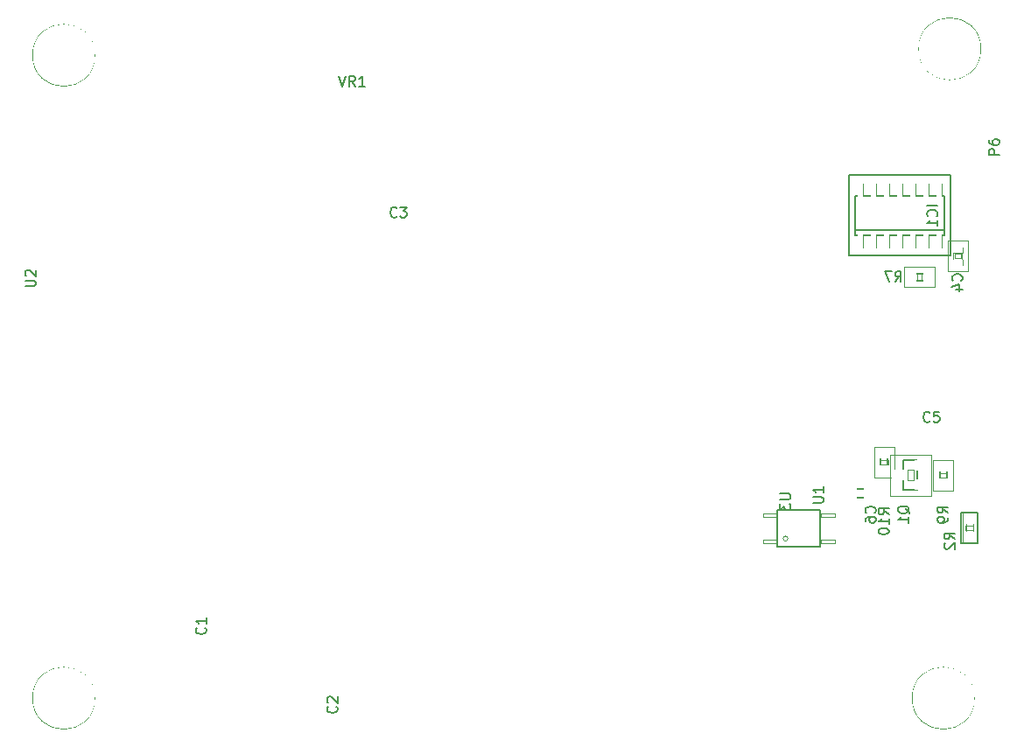
<source format=gbo>
G04 (created by PCBNEW (2013-mar-13)-testing) date Tue 07 May 2013 10:03:09 PM CEST*
%MOIN*%
G04 Gerber Fmt 3.4, Leading zero omitted, Abs format*
%FSLAX34Y34*%
G01*
G70*
G90*
G04 APERTURE LIST*
%ADD10C,2.3622e-06*%
%ADD11C,0.0026*%
%ADD12C,0.008*%
%ADD13C,0.002*%
%ADD14C,0.004*%
%ADD15C,0.0078*%
%ADD16C,0.006*%
%ADD17C,0.005*%
%ADD18C,0.0059*%
%ADD19C,0.0035*%
%ADD20R,0.0708661X0.0590551*%
%ADD21C,0.551181*%
%ADD22O,0.165X0.0825*%
%ADD23C,0.0787*%
%ADD24C,0.0906*%
%ADD25C,0.2*%
%ADD26C,0.0859*%
%ADD27C,0.06*%
%ADD28R,0.06X0.06*%
%ADD29R,0.062X0.062*%
%ADD30C,0.062*%
%ADD31C,0.1575*%
%ADD32O,0.112X0.056*%
%ADD33R,0.0433X0.0354*%
%ADD34C,0.1*%
%ADD35O,0.104X0.052*%
%ADD36R,0.0236X0.0866*%
%ADD37R,0.0393X0.0433*%
%ADD38C,0.2362*%
%ADD39R,0.0551X0.0393*%
%ADD40R,0.0433X0.0393*%
%ADD41R,0.0354X0.0394*%
%ADD42C,0.01*%
G04 APERTURE END LIST*
G54D10*
G54D11*
X68384Y-47200D02*
X68904Y-47200D01*
X68904Y-47200D02*
X68904Y-47350D01*
X68384Y-47350D02*
X68904Y-47350D01*
X68384Y-47200D02*
X68384Y-47350D01*
X68384Y-46200D02*
X68904Y-46200D01*
X68904Y-46200D02*
X68904Y-46350D01*
X68384Y-46350D02*
X68904Y-46350D01*
X68384Y-46200D02*
X68384Y-46350D01*
X70596Y-46200D02*
X71116Y-46200D01*
X71116Y-46200D02*
X71116Y-46350D01*
X70596Y-46350D02*
X71116Y-46350D01*
X70596Y-46200D02*
X70596Y-46350D01*
X70596Y-47200D02*
X71116Y-47200D01*
X71116Y-47200D02*
X71116Y-47350D01*
X70596Y-47350D02*
X71116Y-47350D01*
X70596Y-47200D02*
X70596Y-47350D01*
G54D12*
X68930Y-46065D02*
X70570Y-46065D01*
X70570Y-46065D02*
X70570Y-47485D01*
X70570Y-47485D02*
X68930Y-47485D01*
X68930Y-47485D02*
X68930Y-46065D01*
G54D13*
X69336Y-47164D02*
G75*
G03X69336Y-47164I-91J0D01*
G74*
G01*
G54D11*
X76080Y-46580D02*
X76080Y-46420D01*
X76080Y-46420D02*
X76420Y-46420D01*
X76420Y-46580D02*
X76420Y-46420D01*
X76080Y-46580D02*
X76420Y-46580D01*
X76080Y-47080D02*
X76080Y-46920D01*
X76080Y-46920D02*
X76420Y-46920D01*
X76420Y-47080D02*
X76420Y-46920D01*
X76080Y-47080D02*
X76420Y-47080D01*
X76093Y-46828D02*
X76093Y-46672D01*
X76093Y-46672D02*
X76407Y-46672D01*
X76407Y-46828D02*
X76407Y-46672D01*
X76093Y-46828D02*
X76407Y-46828D01*
G54D14*
X76110Y-46920D02*
X76110Y-46580D01*
X76390Y-46580D02*
X76390Y-46920D01*
G54D13*
X76512Y-47329D02*
X76512Y-46171D01*
X76512Y-46171D02*
X75988Y-46171D01*
X75988Y-46171D02*
X75988Y-47329D01*
X75988Y-47329D02*
X76512Y-47329D01*
G54D12*
X76562Y-47335D02*
X76562Y-46165D01*
X76562Y-46165D02*
X75938Y-46165D01*
X75938Y-46165D02*
X75938Y-47335D01*
X75938Y-47335D02*
X76562Y-47335D01*
G54D11*
X75196Y-36070D02*
X75003Y-36070D01*
X75003Y-36070D02*
X75003Y-35637D01*
X75196Y-35637D02*
X75003Y-35637D01*
X75196Y-36070D02*
X75196Y-35637D01*
X74696Y-36070D02*
X74503Y-36070D01*
X74503Y-36070D02*
X74503Y-35637D01*
X74696Y-35637D02*
X74503Y-35637D01*
X74696Y-36070D02*
X74696Y-35637D01*
X74196Y-36070D02*
X74003Y-36070D01*
X74003Y-36070D02*
X74003Y-35637D01*
X74196Y-35637D02*
X74003Y-35637D01*
X74196Y-36070D02*
X74196Y-35637D01*
X73696Y-36070D02*
X73504Y-36070D01*
X73504Y-36070D02*
X73504Y-35637D01*
X73696Y-35637D02*
X73504Y-35637D01*
X73696Y-36070D02*
X73696Y-35637D01*
X73696Y-34063D02*
X73504Y-34063D01*
X73504Y-34063D02*
X73504Y-33630D01*
X73696Y-33630D02*
X73504Y-33630D01*
X73696Y-34063D02*
X73696Y-33630D01*
X74196Y-34063D02*
X74003Y-34063D01*
X74003Y-34063D02*
X74003Y-33630D01*
X74196Y-33630D02*
X74003Y-33630D01*
X74196Y-34063D02*
X74196Y-33630D01*
X74696Y-34063D02*
X74503Y-34063D01*
X74503Y-34063D02*
X74503Y-33630D01*
X74696Y-33630D02*
X74503Y-33630D01*
X74696Y-34063D02*
X74696Y-33630D01*
X75196Y-34063D02*
X75003Y-34063D01*
X75003Y-34063D02*
X75003Y-33630D01*
X75196Y-33630D02*
X75003Y-33630D01*
X75196Y-34063D02*
X75196Y-33630D01*
X73197Y-36070D02*
X73004Y-36070D01*
X73004Y-36070D02*
X73004Y-35637D01*
X73197Y-35637D02*
X73004Y-35637D01*
X73197Y-36070D02*
X73197Y-35637D01*
X72697Y-36070D02*
X72504Y-36070D01*
X72504Y-36070D02*
X72504Y-35637D01*
X72697Y-35637D02*
X72504Y-35637D01*
X72697Y-36070D02*
X72697Y-35637D01*
X72197Y-36070D02*
X72004Y-36070D01*
X72004Y-36070D02*
X72004Y-35637D01*
X72197Y-35637D02*
X72004Y-35637D01*
X72197Y-36070D02*
X72197Y-35637D01*
X72197Y-34063D02*
X72004Y-34063D01*
X72004Y-34063D02*
X72004Y-33630D01*
X72197Y-33630D02*
X72004Y-33630D01*
X72197Y-34063D02*
X72197Y-33630D01*
X72697Y-34063D02*
X72504Y-34063D01*
X72504Y-34063D02*
X72504Y-33630D01*
X72697Y-33630D02*
X72504Y-33630D01*
X72697Y-34063D02*
X72697Y-33630D01*
X73197Y-34063D02*
X73004Y-34063D01*
X73004Y-34063D02*
X73004Y-33630D01*
X73197Y-33630D02*
X73004Y-33630D01*
X73197Y-34063D02*
X73197Y-33630D01*
G54D15*
X75527Y-33315D02*
X71673Y-33315D01*
X71673Y-36385D02*
X75527Y-36385D01*
X75527Y-36385D02*
X75527Y-33315D01*
G54D12*
X71906Y-35598D02*
X75294Y-35598D01*
X75294Y-35598D02*
X75294Y-35401D01*
X75294Y-35401D02*
X75294Y-34102D01*
X71906Y-35401D02*
X75294Y-35401D01*
X71906Y-34102D02*
X71906Y-35401D01*
X71906Y-35401D02*
X71906Y-35598D01*
G54D15*
X71673Y-33315D02*
X71673Y-36385D01*
G54D12*
X75294Y-34102D02*
X71906Y-34102D01*
G54D11*
X74520Y-37030D02*
X74680Y-37030D01*
X74680Y-37030D02*
X74680Y-37370D01*
X74520Y-37370D02*
X74680Y-37370D01*
X74520Y-37030D02*
X74520Y-37370D01*
X74020Y-37030D02*
X74180Y-37030D01*
X74180Y-37030D02*
X74180Y-37370D01*
X74020Y-37370D02*
X74180Y-37370D01*
X74020Y-37030D02*
X74020Y-37370D01*
X74272Y-37043D02*
X74428Y-37043D01*
X74428Y-37043D02*
X74428Y-37357D01*
X74272Y-37357D02*
X74428Y-37357D01*
X74272Y-37043D02*
X74272Y-37357D01*
G54D16*
X74180Y-37060D02*
X74520Y-37060D01*
X74520Y-37340D02*
X74180Y-37340D01*
G54D13*
X73771Y-37587D02*
X74929Y-37587D01*
X74929Y-37587D02*
X74929Y-36813D01*
X74929Y-36813D02*
X73771Y-36813D01*
X73771Y-36813D02*
X73771Y-37587D01*
G54D11*
X75985Y-36070D02*
X75985Y-36267D01*
X75985Y-36267D02*
X75611Y-36267D01*
X75611Y-36070D02*
X75611Y-36267D01*
X75985Y-36070D02*
X75611Y-36070D01*
X75985Y-36530D02*
X75985Y-36726D01*
X75985Y-36726D02*
X75611Y-36726D01*
X75611Y-36530D02*
X75611Y-36726D01*
X75985Y-36530D02*
X75611Y-36530D01*
X75918Y-36322D02*
X75918Y-36478D01*
X75918Y-36478D02*
X75682Y-36478D01*
X75682Y-36322D02*
X75682Y-36478D01*
X75918Y-36322D02*
X75682Y-36322D01*
G54D13*
X75413Y-35821D02*
X75413Y-36979D01*
X75413Y-36979D02*
X76187Y-36979D01*
X76187Y-36979D02*
X76187Y-35821D01*
X76187Y-35821D02*
X75413Y-35821D01*
G54D14*
X75630Y-36260D02*
X75630Y-36540D01*
X75964Y-36260D02*
X75964Y-36540D01*
G54D11*
X73720Y-44660D02*
X73720Y-44840D01*
X73720Y-44840D02*
X73491Y-44840D01*
X73491Y-44660D02*
X73491Y-44840D01*
X73720Y-44660D02*
X73491Y-44660D01*
X74509Y-45030D02*
X74509Y-45210D01*
X74509Y-45210D02*
X74280Y-45210D01*
X74280Y-45030D02*
X74280Y-45210D01*
X74509Y-45030D02*
X74280Y-45030D01*
X74509Y-44290D02*
X74509Y-44470D01*
X74509Y-44470D02*
X74280Y-44470D01*
X74280Y-44290D02*
X74280Y-44470D01*
X74509Y-44290D02*
X74280Y-44290D01*
X74118Y-44554D02*
X74118Y-44946D01*
X74118Y-44946D02*
X73882Y-44946D01*
X73882Y-44554D02*
X73882Y-44946D01*
X74118Y-44554D02*
X73882Y-44554D01*
G54D13*
X73220Y-43974D02*
X73220Y-45526D01*
X74780Y-45526D02*
X74780Y-43974D01*
X74780Y-43974D02*
X73220Y-43974D01*
X73220Y-45526D02*
X74780Y-45526D01*
G54D16*
X73741Y-45309D02*
X74259Y-45309D01*
X74259Y-45309D02*
X74259Y-44191D01*
X74259Y-44191D02*
X73741Y-44191D01*
X73741Y-44191D02*
X73741Y-45309D01*
G54D11*
X73170Y-44420D02*
X73170Y-44580D01*
X73170Y-44580D02*
X72830Y-44580D01*
X72830Y-44420D02*
X72830Y-44580D01*
X73170Y-44420D02*
X72830Y-44420D01*
X73170Y-43920D02*
X73170Y-44080D01*
X73170Y-44080D02*
X72830Y-44080D01*
X72830Y-43920D02*
X72830Y-44080D01*
X73170Y-43920D02*
X72830Y-43920D01*
X73157Y-44172D02*
X73157Y-44328D01*
X73157Y-44328D02*
X72843Y-44328D01*
X72843Y-44172D02*
X72843Y-44328D01*
X73157Y-44172D02*
X72843Y-44172D01*
G54D16*
X73140Y-44080D02*
X73140Y-44420D01*
X72860Y-44420D02*
X72860Y-44080D01*
G54D13*
X72613Y-43671D02*
X72613Y-44829D01*
X72613Y-44829D02*
X73387Y-44829D01*
X73387Y-44829D02*
X73387Y-43671D01*
X73387Y-43671D02*
X72613Y-43671D01*
G54D11*
X75420Y-44920D02*
X75420Y-45080D01*
X75420Y-45080D02*
X75080Y-45080D01*
X75080Y-44920D02*
X75080Y-45080D01*
X75420Y-44920D02*
X75080Y-44920D01*
X75420Y-44420D02*
X75420Y-44580D01*
X75420Y-44580D02*
X75080Y-44580D01*
X75080Y-44420D02*
X75080Y-44580D01*
X75420Y-44420D02*
X75080Y-44420D01*
X75407Y-44672D02*
X75407Y-44828D01*
X75407Y-44828D02*
X75093Y-44828D01*
X75093Y-44672D02*
X75093Y-44828D01*
X75407Y-44672D02*
X75093Y-44672D01*
G54D16*
X75390Y-44580D02*
X75390Y-44920D01*
X75110Y-44920D02*
X75110Y-44580D01*
G54D13*
X74863Y-44171D02*
X74863Y-45329D01*
X74863Y-45329D02*
X75637Y-45329D01*
X75637Y-45329D02*
X75637Y-44171D01*
X75637Y-44171D02*
X74863Y-44171D01*
G54D17*
X72320Y-45290D02*
X72320Y-45610D01*
X71880Y-45600D02*
X71880Y-45290D01*
X71780Y-45610D02*
X72420Y-45610D01*
X72420Y-45610D02*
X72420Y-45290D01*
X72420Y-45290D02*
X71780Y-45290D01*
X71780Y-45290D02*
X71780Y-45610D01*
G54D10*
X42930Y-28750D02*
G75*
G03X42930Y-28750I-1180J0D01*
G74*
G01*
X76680Y-28500D02*
G75*
G03X76680Y-28500I-1180J0D01*
G74*
G01*
X42930Y-53250D02*
G75*
G03X42930Y-53250I-1180J0D01*
G74*
G01*
X76430Y-53250D02*
G75*
G03X76430Y-53250I-1180J0D01*
G74*
G01*
G54D18*
X69034Y-45449D02*
X69353Y-45449D01*
X69390Y-45468D01*
X69409Y-45487D01*
X69428Y-45524D01*
X69428Y-45599D01*
X69409Y-45637D01*
X69390Y-45656D01*
X69353Y-45674D01*
X69034Y-45674D01*
X69034Y-45825D02*
X69034Y-46068D01*
X69184Y-45937D01*
X69184Y-45993D01*
X69203Y-46031D01*
X69221Y-46050D01*
X69259Y-46068D01*
X69353Y-46068D01*
X69390Y-46050D01*
X69409Y-46031D01*
X69428Y-45993D01*
X69428Y-45881D01*
X69409Y-45843D01*
X69390Y-45825D01*
X40284Y-37550D02*
X40603Y-37550D01*
X40640Y-37531D01*
X40659Y-37512D01*
X40678Y-37475D01*
X40678Y-37400D01*
X40659Y-37362D01*
X40640Y-37343D01*
X40603Y-37325D01*
X40284Y-37325D01*
X40321Y-37156D02*
X40303Y-37137D01*
X40284Y-37099D01*
X40284Y-37006D01*
X40303Y-36968D01*
X40321Y-36949D01*
X40359Y-36931D01*
X40396Y-36931D01*
X40453Y-36949D01*
X40678Y-37174D01*
X40678Y-36931D01*
X74734Y-42690D02*
X74715Y-42709D01*
X74659Y-42728D01*
X74621Y-42728D01*
X74565Y-42709D01*
X74527Y-42671D01*
X74509Y-42634D01*
X74490Y-42559D01*
X74490Y-42503D01*
X74509Y-42428D01*
X74527Y-42390D01*
X74565Y-42353D01*
X74621Y-42334D01*
X74659Y-42334D01*
X74715Y-42353D01*
X74734Y-42371D01*
X75090Y-42334D02*
X74903Y-42334D01*
X74884Y-42521D01*
X74903Y-42503D01*
X74940Y-42484D01*
X75034Y-42484D01*
X75072Y-42503D01*
X75090Y-42521D01*
X75109Y-42559D01*
X75109Y-42653D01*
X75090Y-42690D01*
X75072Y-42709D01*
X75034Y-42728D01*
X74940Y-42728D01*
X74903Y-42709D01*
X74884Y-42690D01*
G54D19*
G54D18*
X77378Y-32540D02*
X76984Y-32540D01*
X76984Y-32390D01*
X77003Y-32353D01*
X77021Y-32334D01*
X77059Y-32315D01*
X77115Y-32315D01*
X77153Y-32334D01*
X77171Y-32353D01*
X77190Y-32390D01*
X77190Y-32540D01*
X76984Y-31977D02*
X76984Y-32053D01*
X77003Y-32090D01*
X77021Y-32109D01*
X77078Y-32146D01*
X77153Y-32165D01*
X77303Y-32165D01*
X77340Y-32146D01*
X77359Y-32128D01*
X77378Y-32090D01*
X77378Y-32015D01*
X77359Y-31977D01*
X77340Y-31959D01*
X77303Y-31940D01*
X77209Y-31940D01*
X77171Y-31959D01*
X77153Y-31977D01*
X77134Y-32015D01*
X77134Y-32090D01*
X77153Y-32128D01*
X77171Y-32146D01*
X77209Y-32165D01*
X52234Y-29534D02*
X52365Y-29928D01*
X52496Y-29534D01*
X52853Y-29928D02*
X52721Y-29740D01*
X52628Y-29928D02*
X52628Y-29534D01*
X52778Y-29534D01*
X52815Y-29553D01*
X52834Y-29571D01*
X52853Y-29609D01*
X52853Y-29665D01*
X52834Y-29703D01*
X52815Y-29721D01*
X52778Y-29740D01*
X52628Y-29740D01*
X53228Y-29928D02*
X53003Y-29928D01*
X53115Y-29928D02*
X53115Y-29534D01*
X53078Y-29590D01*
X53040Y-29628D01*
X53003Y-29646D01*
X75678Y-47184D02*
X75490Y-47053D01*
X75678Y-46959D02*
X75284Y-46959D01*
X75284Y-47109D01*
X75303Y-47146D01*
X75321Y-47165D01*
X75359Y-47184D01*
X75415Y-47184D01*
X75453Y-47165D01*
X75471Y-47146D01*
X75490Y-47109D01*
X75490Y-46959D01*
X75321Y-47334D02*
X75303Y-47353D01*
X75284Y-47390D01*
X75284Y-47484D01*
X75303Y-47522D01*
X75321Y-47540D01*
X75359Y-47559D01*
X75396Y-47559D01*
X75453Y-47540D01*
X75678Y-47315D01*
X75678Y-47559D01*
X52140Y-53565D02*
X52159Y-53584D01*
X52178Y-53640D01*
X52178Y-53678D01*
X52159Y-53734D01*
X52121Y-53772D01*
X52084Y-53790D01*
X52009Y-53809D01*
X51953Y-53809D01*
X51878Y-53790D01*
X51840Y-53772D01*
X51803Y-53734D01*
X51784Y-53678D01*
X51784Y-53640D01*
X51803Y-53584D01*
X51821Y-53565D01*
X51821Y-53415D02*
X51803Y-53396D01*
X51784Y-53359D01*
X51784Y-53265D01*
X51803Y-53227D01*
X51821Y-53209D01*
X51859Y-53190D01*
X51896Y-53190D01*
X51953Y-53209D01*
X52178Y-53434D01*
X52178Y-53190D01*
X54434Y-34890D02*
X54415Y-34909D01*
X54359Y-34928D01*
X54321Y-34928D01*
X54265Y-34909D01*
X54227Y-34871D01*
X54209Y-34834D01*
X54190Y-34759D01*
X54190Y-34703D01*
X54209Y-34628D01*
X54227Y-34590D01*
X54265Y-34553D01*
X54321Y-34534D01*
X54359Y-34534D01*
X54415Y-34553D01*
X54434Y-34571D01*
X54565Y-34534D02*
X54809Y-34534D01*
X54678Y-34684D01*
X54734Y-34684D01*
X54772Y-34703D01*
X54790Y-34721D01*
X54809Y-34759D01*
X54809Y-34853D01*
X54790Y-34890D01*
X54772Y-34909D01*
X54734Y-34928D01*
X54621Y-34928D01*
X54584Y-34909D01*
X54565Y-34890D01*
X47140Y-50565D02*
X47159Y-50584D01*
X47178Y-50640D01*
X47178Y-50678D01*
X47159Y-50734D01*
X47121Y-50772D01*
X47084Y-50790D01*
X47009Y-50809D01*
X46953Y-50809D01*
X46878Y-50790D01*
X46840Y-50772D01*
X46803Y-50734D01*
X46784Y-50678D01*
X46784Y-50640D01*
X46803Y-50584D01*
X46821Y-50565D01*
X47178Y-50190D02*
X47178Y-50415D01*
X47178Y-50303D02*
X46784Y-50303D01*
X46840Y-50340D01*
X46878Y-50378D01*
X46896Y-50415D01*
X70284Y-45800D02*
X70603Y-45800D01*
X70640Y-45781D01*
X70659Y-45762D01*
X70678Y-45725D01*
X70678Y-45650D01*
X70659Y-45612D01*
X70640Y-45593D01*
X70603Y-45575D01*
X70284Y-45575D01*
X70678Y-45181D02*
X70678Y-45406D01*
X70678Y-45293D02*
X70284Y-45293D01*
X70340Y-45331D01*
X70378Y-45368D01*
X70396Y-45406D01*
X75028Y-34465D02*
X74634Y-34465D01*
X74990Y-34878D02*
X75009Y-34859D01*
X75028Y-34803D01*
X75028Y-34765D01*
X75009Y-34709D01*
X74971Y-34671D01*
X74934Y-34653D01*
X74859Y-34634D01*
X74803Y-34634D01*
X74728Y-34653D01*
X74690Y-34671D01*
X74653Y-34709D01*
X74634Y-34765D01*
X74634Y-34803D01*
X74653Y-34859D01*
X74671Y-34878D01*
X75028Y-35253D02*
X75028Y-35028D01*
X75028Y-35140D02*
X74634Y-35140D01*
X74690Y-35103D01*
X74728Y-35065D01*
X74746Y-35028D01*
X73415Y-37378D02*
X73547Y-37190D01*
X73640Y-37378D02*
X73640Y-36984D01*
X73490Y-36984D01*
X73453Y-37003D01*
X73434Y-37021D01*
X73415Y-37059D01*
X73415Y-37115D01*
X73434Y-37153D01*
X73453Y-37171D01*
X73490Y-37190D01*
X73640Y-37190D01*
X73284Y-36984D02*
X73021Y-36984D01*
X73190Y-37378D01*
X75940Y-37334D02*
X75959Y-37315D01*
X75978Y-37259D01*
X75978Y-37221D01*
X75959Y-37165D01*
X75921Y-37127D01*
X75884Y-37109D01*
X75809Y-37090D01*
X75753Y-37090D01*
X75678Y-37109D01*
X75640Y-37127D01*
X75603Y-37165D01*
X75584Y-37221D01*
X75584Y-37259D01*
X75603Y-37315D01*
X75621Y-37334D01*
X75715Y-37672D02*
X75978Y-37672D01*
X75565Y-37578D02*
X75846Y-37484D01*
X75846Y-37728D01*
X73965Y-46212D02*
X73947Y-46174D01*
X73909Y-46137D01*
X73853Y-46081D01*
X73834Y-46043D01*
X73834Y-46006D01*
X73928Y-46024D02*
X73909Y-45987D01*
X73871Y-45949D01*
X73796Y-45931D01*
X73665Y-45931D01*
X73590Y-45949D01*
X73553Y-45987D01*
X73534Y-46024D01*
X73534Y-46099D01*
X73553Y-46137D01*
X73590Y-46174D01*
X73665Y-46193D01*
X73796Y-46193D01*
X73871Y-46174D01*
X73909Y-46137D01*
X73928Y-46099D01*
X73928Y-46024D01*
X73928Y-46568D02*
X73928Y-46343D01*
X73928Y-46456D02*
X73534Y-46456D01*
X73590Y-46418D01*
X73628Y-46381D01*
X73646Y-46343D01*
X73178Y-46246D02*
X72990Y-46115D01*
X73178Y-46021D02*
X72784Y-46021D01*
X72784Y-46171D01*
X72803Y-46209D01*
X72821Y-46227D01*
X72859Y-46246D01*
X72915Y-46246D01*
X72953Y-46227D01*
X72971Y-46209D01*
X72990Y-46171D01*
X72990Y-46021D01*
X73178Y-46621D02*
X73178Y-46396D01*
X73178Y-46509D02*
X72784Y-46509D01*
X72840Y-46471D01*
X72878Y-46434D01*
X72896Y-46396D01*
X72784Y-46865D02*
X72784Y-46903D01*
X72803Y-46940D01*
X72821Y-46959D01*
X72859Y-46978D01*
X72934Y-46997D01*
X73028Y-46997D01*
X73103Y-46978D01*
X73140Y-46959D01*
X73159Y-46940D01*
X73178Y-46903D01*
X73178Y-46865D01*
X73159Y-46828D01*
X73140Y-46809D01*
X73103Y-46790D01*
X73028Y-46772D01*
X72934Y-46772D01*
X72859Y-46790D01*
X72821Y-46809D01*
X72803Y-46828D01*
X72784Y-46865D01*
X75428Y-46184D02*
X75240Y-46053D01*
X75428Y-45959D02*
X75034Y-45959D01*
X75034Y-46109D01*
X75053Y-46146D01*
X75071Y-46165D01*
X75109Y-46184D01*
X75165Y-46184D01*
X75203Y-46165D01*
X75221Y-46146D01*
X75240Y-46109D01*
X75240Y-45959D01*
X75428Y-46371D02*
X75428Y-46447D01*
X75409Y-46484D01*
X75390Y-46503D01*
X75334Y-46540D01*
X75259Y-46559D01*
X75109Y-46559D01*
X75071Y-46540D01*
X75053Y-46522D01*
X75034Y-46484D01*
X75034Y-46409D01*
X75053Y-46371D01*
X75071Y-46353D01*
X75109Y-46334D01*
X75203Y-46334D01*
X75240Y-46353D01*
X75259Y-46371D01*
X75278Y-46409D01*
X75278Y-46484D01*
X75259Y-46522D01*
X75240Y-46540D01*
X75203Y-46559D01*
X72640Y-46184D02*
X72659Y-46165D01*
X72678Y-46109D01*
X72678Y-46071D01*
X72659Y-46015D01*
X72621Y-45977D01*
X72584Y-45959D01*
X72509Y-45940D01*
X72453Y-45940D01*
X72378Y-45959D01*
X72340Y-45977D01*
X72303Y-46015D01*
X72284Y-46071D01*
X72284Y-46109D01*
X72303Y-46165D01*
X72321Y-46184D01*
X72284Y-46522D02*
X72284Y-46447D01*
X72303Y-46409D01*
X72321Y-46390D01*
X72378Y-46353D01*
X72453Y-46334D01*
X72603Y-46334D01*
X72640Y-46353D01*
X72659Y-46371D01*
X72678Y-46409D01*
X72678Y-46484D01*
X72659Y-46522D01*
X72640Y-46540D01*
X72603Y-46559D01*
X72509Y-46559D01*
X72471Y-46540D01*
X72453Y-46522D01*
X72434Y-46484D01*
X72434Y-46409D01*
X72453Y-46371D01*
X72471Y-46353D01*
X72509Y-46334D01*
%LPC*%
G54D20*
X67978Y-47250D03*
X67978Y-46250D03*
X71521Y-46250D03*
X71521Y-47250D03*
G54D21*
X47250Y-28750D03*
X57000Y-28750D03*
X66000Y-28750D03*
G54D22*
X40500Y-43200D03*
X40500Y-41000D03*
X40500Y-38800D03*
G54D23*
X72000Y-53000D03*
G54D24*
X56252Y-53000D03*
G54D25*
X44000Y-45000D03*
X44000Y-42000D03*
X44000Y-31200D03*
X44000Y-34200D03*
G54D23*
X46750Y-43500D03*
X46750Y-37500D03*
X48250Y-43500D03*
X48250Y-37500D03*
X50250Y-37500D03*
X50250Y-45500D03*
G54D26*
X77250Y-42500D03*
X75875Y-42500D03*
G54D27*
X77200Y-39400D03*
X76200Y-40400D03*
X77200Y-40400D03*
X76200Y-41400D03*
X77200Y-41400D03*
G54D28*
X76200Y-39400D03*
G54D29*
X77200Y-44000D03*
G54D30*
X77200Y-45000D03*
X77200Y-46000D03*
X77200Y-47000D03*
G54D29*
X77200Y-33750D03*
G54D30*
X77200Y-34750D03*
X77200Y-35750D03*
X77200Y-36750D03*
G54D31*
X59374Y-45000D03*
X59374Y-37126D03*
G54D32*
X51250Y-29900D03*
X53250Y-30600D03*
G54D33*
X76250Y-47062D03*
X76250Y-46438D03*
G54D34*
X52000Y-46000D03*
X52000Y-52000D03*
X47250Y-34750D03*
X53250Y-34750D03*
X47000Y-45000D03*
X47000Y-49000D03*
G54D35*
X72000Y-44750D03*
X72000Y-43750D03*
X72000Y-42750D03*
X69000Y-42750D03*
X69000Y-43750D03*
X69000Y-44750D03*
G54D36*
X75100Y-35873D03*
X74600Y-35873D03*
X74100Y-35873D03*
X73600Y-35873D03*
X73100Y-35873D03*
X72600Y-35873D03*
X72100Y-35873D03*
X72100Y-33827D03*
X72600Y-33827D03*
X73100Y-33827D03*
X73600Y-33827D03*
X74100Y-33827D03*
X74600Y-33827D03*
X75100Y-33827D03*
G54D37*
X74016Y-37200D03*
X74684Y-37200D03*
X75800Y-36066D03*
X75800Y-36734D03*
G54D38*
X41750Y-28750D03*
X75500Y-28500D03*
X41750Y-53250D03*
X75250Y-53250D03*
G54D23*
X47250Y-32500D03*
X53250Y-32500D03*
G54D39*
X74433Y-44376D03*
X74433Y-45124D03*
X73567Y-44750D03*
G54D40*
X73000Y-43916D03*
X73000Y-44584D03*
X75250Y-44416D03*
X75250Y-45084D03*
G54D41*
X72396Y-45450D03*
X71804Y-45450D03*
G54D23*
X77000Y-49750D03*
G54D24*
X61252Y-49750D03*
G54D10*
G36*
X47685Y-30510D02*
X43747Y-34694D01*
X41790Y-32981D01*
X41790Y-32266D01*
X45007Y-29049D01*
X47685Y-30510D01*
X47685Y-30510D01*
G37*
G54D12*
X47685Y-30510D02*
X43747Y-34694D01*
X41790Y-32981D01*
X41790Y-32266D01*
X45007Y-29049D01*
X47685Y-30510D01*
G54D10*
G36*
X60350Y-45579D02*
X56379Y-49550D01*
X42800Y-49550D01*
X42620Y-49550D01*
X39650Y-46579D01*
X39650Y-42850D01*
X41550Y-42850D01*
X41550Y-45620D01*
X43379Y-47450D01*
X55419Y-47450D01*
X58440Y-44630D01*
X58634Y-44242D01*
X59398Y-44052D01*
X59980Y-44246D01*
X60350Y-44430D01*
X60350Y-45579D01*
X60350Y-45579D01*
G37*
G54D42*
X60350Y-45579D02*
X56379Y-49550D01*
X42800Y-49550D01*
X42620Y-49550D01*
X39650Y-46579D01*
X39650Y-42850D01*
X41550Y-42850D01*
X41550Y-45620D01*
X43379Y-47450D01*
X55419Y-47450D01*
X58440Y-44630D01*
X58634Y-44242D01*
X59398Y-44052D01*
X59980Y-44246D01*
X60350Y-44430D01*
X60350Y-45579D01*
G54D10*
G36*
X68436Y-30021D02*
X62729Y-38210D01*
X57540Y-38210D01*
X57540Y-33517D01*
X63259Y-28295D01*
X68436Y-30021D01*
X68436Y-30021D01*
G37*
G54D12*
X68436Y-30021D02*
X62729Y-38210D01*
X57540Y-38210D01*
X57540Y-33517D01*
X63259Y-28295D01*
X68436Y-30021D01*
G54D10*
G36*
X44960Y-45710D02*
X43040Y-45710D01*
X43040Y-42483D01*
X42772Y-42216D01*
X41008Y-41460D01*
X39790Y-41460D01*
X39790Y-40540D01*
X44960Y-40540D01*
X44960Y-45710D01*
X44960Y-45710D01*
G37*
G54D12*
X44960Y-45710D02*
X43040Y-45710D01*
X43040Y-42483D01*
X42772Y-42216D01*
X41008Y-41460D01*
X39790Y-41460D01*
X39790Y-40540D01*
X44960Y-40540D01*
X44960Y-45710D01*
M02*

</source>
